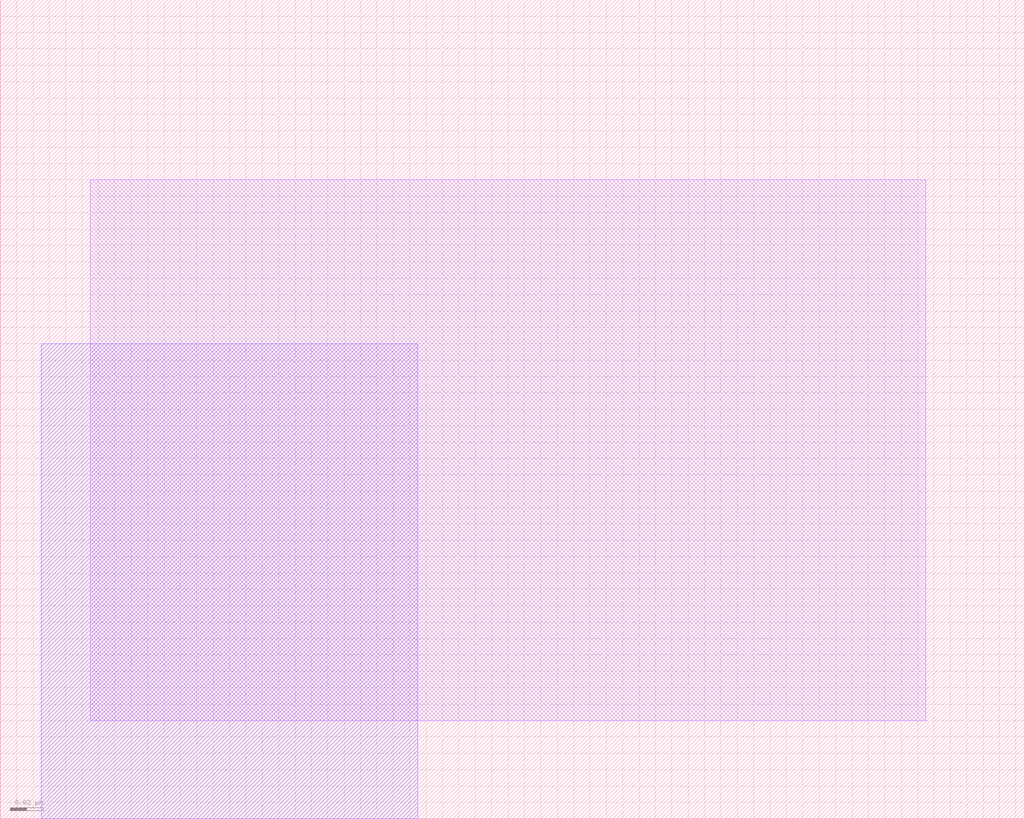
<source format=lef>
# Copyright 2020 The SkyWater PDK Authors
#
# Licensed under the Apache License, Version 2.0 (the "License");
# you may not use this file except in compliance with the License.
# You may obtain a copy of the License at
#
#     https://www.apache.org/licenses/LICENSE-2.0
#
# Unless required by applicable law or agreed to in writing, software
# distributed under the License is distributed on an "AS IS" BASIS,
# WITHOUT WARRANTIES OR CONDITIONS OF ANY KIND, either express or implied.
# See the License for the specific language governing permissions and
# limitations under the License.
#
# SPDX-License-Identifier: Apache-2.0

VERSION 5.7 ;
  NOWIREEXTENSIONATPIN ON ;
  DIVIDERCHAR "/" ;
  BUSBITCHARS "[]" ;
MACRO sky130_fd_pr__dftpm1s__example_175308844
  CLASS BLOCK ;
  FOREIGN sky130_fd_pr__dftpm1s__example_175308844 ;
  ORIGIN  0.000000  0.080000 ;
  SIZE  0.625000 BY  0.500000 ;
  OBS
    LAYER li1 ;
      RECT 0.055000 -0.020000 0.565000 0.310000 ;
    LAYER met1 ;
      RECT 0.025000 -0.080000 0.255000 0.210000 ;
  END
END sky130_fd_pr__dftpm1s__example_175308844
END LIBRARY

</source>
